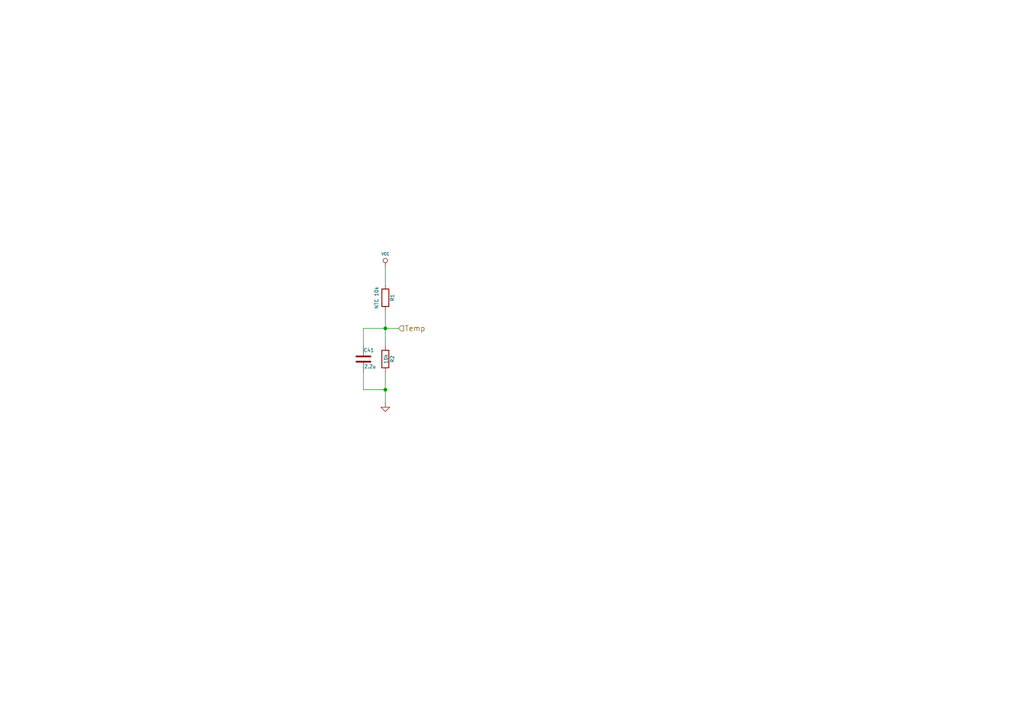
<source format=kicad_sch>
(kicad_sch (version 20230121) (generator eeschema)
  (paper "A4")
  (title_block (title "VESC-R Motor Driver") (date "2017-04-19") (rev "4.13") (company "University of Saskatchewan Space Design Team"))
  (lib_symbols
    (symbol "VESC-R-rescue:C" (pin_numbers hide) (pin_names (offset 0.254))
      (property "Reference" "C" (at 0.635 2.54 0))
      (property "Value" "C" (at 0.635 -2.54 0))
      (symbol "C_0_1"
        (polyline (pts (xy -2.032 -0.762) (xy 2.032 -0.762)) (stroke (width 0.508)))
        (polyline (pts (xy -2.032 0.762) (xy 2.032 0.762)) (stroke (width 0.508)))
      )
      (symbol "C_1_1"
        (pin passive line (at 0 3.81 270) (length 2.794) (name "~") (number "1"))
        (pin passive line (at 0 -3.81 90) (length 2.794) (name "~") (number "2"))
      )
    )
    (symbol "VESC-R-rescue:GNDD" (power) (pin_names (offset 0))
      (property "Value" "GNDD" (at 0 -3.81 0))
      (symbol "GNDD_0_1"
        (polyline (pts (xy 0 0) (xy 0 -1.27) (xy 1.27 -1.27) (xy 0 -2.54) (xy -1.27 -1.27) (xy 0 -1.27)))
      )
      (symbol "GNDD_1_1"
        (pin power_in line (at 0 0 270) (length 0) hide (name "GNDD") (number "1"))
      )
    )
    (symbol "VESC-R-rescue:R" (pin_numbers hide) (pin_names (offset 0))
      (property "Reference" "R" (at 2.032 0 90))
      (property "Value" "R" (at 0 0 90))
      (symbol "R_0_1"
        (rectangle (start -1.016 -2.54) (end 1.016 2.54) (stroke (width 0.254)))
      )
      (symbol "R_1_1"
        (pin passive line (at 0 3.81 270) (length 1.27) (name "~") (number "1"))
        (pin passive line (at 0 -3.81 90) (length 1.27) (name "~") (number "2"))
      )
    )
    (symbol "VESC-R-rescue:VCC" (power) (pin_names (offset 0))
      (property "Value" "VCC" (at 0 3.81 0))
      (symbol "VCC_0_1"
        (polyline (pts (xy 0 0) (xy 0 1.27)))
        (circle (center 0 1.905) (radius 0.635))
      )
      (symbol "VCC_1_1"
        (pin power_in line (at 0 0 90) (length 0) hide (name "VCC") (number "1"))
      )
    )
  )
  (junction (at 111.76 95.25))
  (junction (at 111.76 113.03))
  (wire (pts (xy 111.76 95.25) (xy 115.57 95.25)))
  (wire (pts (xy 105.41 95.25) (xy 105.41 100.33)))
  (wire (pts (xy 111.76 95.25) (xy 111.76 100.33)))
  (wire (pts (xy 111.76 113.03) (xy 111.76 116.84)))
  (wire (pts (xy 105.41 107.95) (xy 105.41 113.03)))
  (wire (pts (xy 111.76 90.17) (xy 111.76 95.25)))
  (wire (pts (xy 105.41 95.25) (xy 111.76 95.25)))
  (wire (pts (xy 111.76 107.95) (xy 111.76 113.03)))
  (wire (pts (xy 111.76 77.47) (xy 111.76 82.55)))
  (wire (pts (xy 105.41 113.03) (xy 111.76 113.03)))
  (hierarchical_label "Temp" (shape input) (at 115.57 95.25 0) (effects (font (size 1.524 1.524))))
  (symbol (lib_id "VESC-R-rescue:R") (at 111.76 86.36 0) (unit 1)
    (property "Reference" "R1" (at 113.792 86.36 90) (effects (font (size 1.016 1.016))))
    (property "Value" "NTC 10k" (at 109.22 86.36 90) (effects (font (size 1.016 1.016))))
    (property "Footprint" "Resistors_SMD:R_0805" (effects hide))
  )
  (symbol (lib_id "VESC-R-rescue:R") (at 111.76 104.14 0) (unit 1)
    (property "Reference" "R2" (at 113.792 104.14 90) (effects (font (size 1.016 1.016))))
    (property "Value" "10k" (at 111.9378 104.1146 90) (effects (font (size 1.016 1.016))))
    (property "Footprint" "Resistors_SMD:R_0805" (effects hide))
  )
  (symbol (lib_id "VESC-R-rescue:C") (at 105.41 104.14 0) (unit 1)
    (property "Reference" "C41" (at 105.41 101.6 0) (effects (font (size 1.016 1.016)) (justify left)))
    (property "Value" "2.2u" (at 105.5624 106.299 0) (effects (font (size 1.016 1.016)) (justify left)))
    (property "Footprint" "Capacitors_SMD:C_0805" (effects hide))
  )
  (symbol (lib_id "VESC-R-rescue:VCC") (at 111.76 77.47 0) (unit 1)
    (property "Reference" "#PWR014" (effects hide))
    (property "Value" "VCC" (at 111.76 73.66 0) (effects (font (size 0.762 0.762))))
  )
  (symbol (lib_id "VESC-R-rescue:GNDD") (at 111.76 116.84 0) (unit 1)
    (property "Reference" "#PWR015" (effects hide))
    (property "Value" "GNDD" (effects hide))
  )
)
</source>
